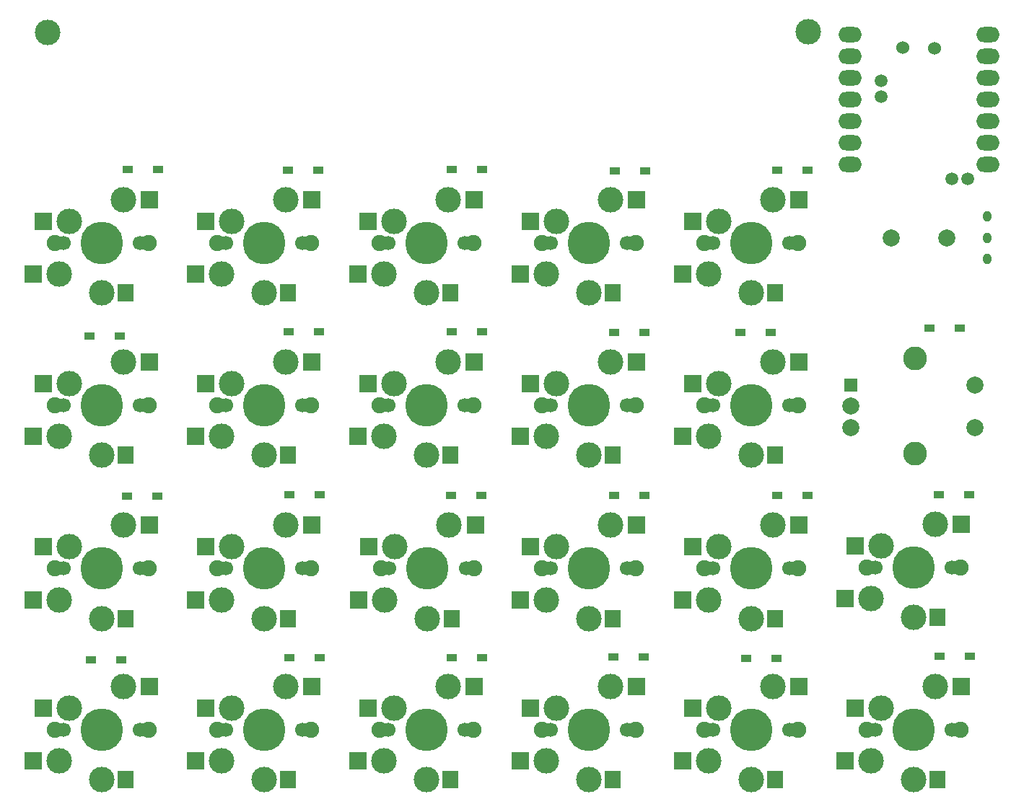
<source format=gbr>
%TF.GenerationSoftware,KiCad,Pcbnew,8.0.7*%
%TF.CreationDate,2025-05-02T22:34:39+09:00*%
%TF.ProjectId,cool642tb_L,636f6f6c-3634-4327-9462-5f4c2e6b6963,rev?*%
%TF.SameCoordinates,Original*%
%TF.FileFunction,Soldermask,Bot*%
%TF.FilePolarity,Negative*%
%FSLAX46Y46*%
G04 Gerber Fmt 4.6, Leading zero omitted, Abs format (unit mm)*
G04 Created by KiCad (PCBNEW 8.0.7) date 2025-05-02 22:34:39*
%MOMM*%
%LPD*%
G01*
G04 APERTURE LIST*
%ADD10C,1.900000*%
%ADD11C,1.700000*%
%ADD12C,3.000000*%
%ADD13C,5.000000*%
%ADD14R,2.000000X2.000000*%
%ADD15R,1.900000X2.000000*%
%ADD16R,1.300000X0.950000*%
%ADD17C,2.000000*%
%ADD18R,1.500000X1.500000*%
%ADD19C,2.800000*%
%ADD20O,1.000000X1.300000*%
%ADD21O,2.750000X1.800000*%
%ADD22C,1.500000*%
%ADD23C,1.524000*%
G04 APERTURE END LIST*
D10*
%TO.C,SW14*%
X51650000Y-19050000D03*
D11*
X52070000Y-19050000D03*
D12*
X52150000Y-22750000D03*
D11*
X52650000Y-19050000D03*
D12*
X53340000Y-16510000D03*
D13*
X57150000Y-19050000D03*
D12*
X57150000Y-24950000D03*
X59690000Y-13970000D03*
D11*
X61650000Y-19050000D03*
X62230000Y-19050000D03*
D10*
X62650000Y-19050000D03*
D14*
X49050000Y-22750000D03*
X50250000Y-16510000D03*
D15*
X59950000Y-24950000D03*
D14*
X62750000Y-13970000D03*
%TD*%
D16*
%TO.C,D3*%
X2925000Y-29720000D03*
X6475000Y-29720000D03*
%TD*%
D12*
%TO.C,B1*%
X-6400000Y24710000D03*
X82870000Y24750000D03*
%TD*%
D10*
%TO.C,SW18*%
X70700000Y-19050000D03*
D11*
X71120000Y-19050000D03*
D12*
X71200000Y-22750000D03*
D11*
X71700000Y-19050000D03*
D12*
X72390000Y-16510000D03*
D13*
X76200000Y-19050000D03*
D12*
X76200000Y-24950000D03*
X78740000Y-13970000D03*
D11*
X80700000Y-19050000D03*
X81280000Y-19050000D03*
D10*
X81700000Y-19050000D03*
D14*
X68100000Y-22750000D03*
X69300000Y-16510000D03*
D15*
X79000000Y-24950000D03*
D14*
X81800000Y-13970000D03*
%TD*%
D16*
%TO.C,D13*%
X60205000Y8480000D03*
X63755000Y8480000D03*
%TD*%
D10*
%TO.C,SW12*%
X32600000Y-57150000D03*
D11*
X33020000Y-57150000D03*
D12*
X33100000Y-60850000D03*
D11*
X33600000Y-57150000D03*
D12*
X34290000Y-54610000D03*
D13*
X38100000Y-57150000D03*
D12*
X38100000Y-63050000D03*
X40640000Y-52070000D03*
D11*
X42600000Y-57150000D03*
X43180000Y-57150000D03*
D10*
X43600000Y-57150000D03*
D14*
X30000000Y-60850000D03*
X31200000Y-54610000D03*
D15*
X40900000Y-63050000D03*
D14*
X43700000Y-52070000D03*
%TD*%
D10*
%TO.C,SW23*%
X89750000Y-57150000D03*
D11*
X90170000Y-57150000D03*
D12*
X90250000Y-60850000D03*
D11*
X90750000Y-57150000D03*
D12*
X91440000Y-54610000D03*
D13*
X95250000Y-57150000D03*
D12*
X95250000Y-63050000D03*
X97790000Y-52070000D03*
D11*
X99750000Y-57150000D03*
X100330000Y-57150000D03*
D10*
X100750000Y-57150000D03*
D14*
X87150000Y-60850000D03*
X88350000Y-54610000D03*
D15*
X98050000Y-63050000D03*
D14*
X100850000Y-52070000D03*
%TD*%
D16*
%TO.C,D10*%
X41035000Y-10420000D03*
X44585000Y-10420000D03*
%TD*%
%TO.C,D19*%
X79225000Y-29630000D03*
X82775000Y-29630000D03*
%TD*%
D17*
%TO.C,SW25*%
X99100000Y560000D03*
X92600000Y560000D03*
%TD*%
D16*
%TO.C,D16*%
X59995000Y-48600000D03*
X63545000Y-48600000D03*
%TD*%
D10*
%TO.C,SW19*%
X70700000Y-38200000D03*
D11*
X71120000Y-38200000D03*
D12*
X71200000Y-41900000D03*
D11*
X71700000Y-38200000D03*
D12*
X72390000Y-35660000D03*
D13*
X76200000Y-38200000D03*
D12*
X76200000Y-44100000D03*
X78740000Y-33120000D03*
D11*
X80700000Y-38200000D03*
X81280000Y-38200000D03*
D10*
X81700000Y-38200000D03*
D14*
X68100000Y-41900000D03*
X69300000Y-35660000D03*
D15*
X79000000Y-44100000D03*
D14*
X81800000Y-33120000D03*
%TD*%
D10*
%TO.C,SW1*%
X-5500000Y0D03*
D11*
X-5080000Y0D03*
D12*
X-5000000Y-3700000D03*
D11*
X-4500000Y0D03*
D12*
X-3810000Y2540000D03*
D13*
X0Y0D03*
D12*
X0Y-5900000D03*
X2540000Y5080000D03*
D11*
X4500000Y0D03*
X5080000Y0D03*
D10*
X5500000Y0D03*
D14*
X-8100000Y-3700000D03*
X-6900000Y2540000D03*
D15*
X2800000Y-5900000D03*
D14*
X5600000Y5080000D03*
%TD*%
D10*
%TO.C,SW13*%
X51650000Y0D03*
D11*
X52070000Y0D03*
D12*
X52150000Y-3700000D03*
D11*
X52650000Y0D03*
D12*
X53340000Y2540000D03*
D13*
X57150000Y0D03*
D12*
X57150000Y-5900000D03*
X59690000Y5080000D03*
D11*
X61650000Y0D03*
X62230000Y0D03*
D10*
X62650000Y0D03*
D14*
X49050000Y-3700000D03*
X50250000Y2540000D03*
D15*
X59950000Y-5900000D03*
D14*
X62750000Y5080000D03*
%TD*%
D16*
%TO.C,D7*%
X22025000Y-29570000D03*
X25575000Y-29570000D03*
%TD*%
%TO.C,D21*%
X97060000Y-10040000D03*
X100610000Y-10040000D03*
%TD*%
D10*
%TO.C,SW10*%
X32600000Y-19050000D03*
D11*
X33020000Y-19050000D03*
D12*
X33100000Y-22750000D03*
D11*
X33600000Y-19050000D03*
D12*
X34290000Y-16510000D03*
D13*
X38100000Y-19050000D03*
D12*
X38100000Y-24950000D03*
X40640000Y-13970000D03*
D11*
X42600000Y-19050000D03*
X43180000Y-19050000D03*
D10*
X43600000Y-19050000D03*
D14*
X30000000Y-22750000D03*
X31200000Y-16510000D03*
D15*
X40900000Y-24950000D03*
D14*
X43700000Y-13970000D03*
%TD*%
D16*
%TO.C,D14*%
X60125000Y-10490000D03*
X63675000Y-10490000D03*
%TD*%
%TO.C,D18*%
X74890000Y-10550000D03*
X78440000Y-10550000D03*
%TD*%
%TO.C,D5*%
X21805000Y8520000D03*
X25355000Y8520000D03*
%TD*%
D10*
%TO.C,SW9*%
X32600000Y0D03*
D11*
X33020000Y0D03*
D12*
X33100000Y-3700000D03*
D11*
X33600000Y0D03*
D12*
X34290000Y2540000D03*
D13*
X38100000Y0D03*
D12*
X38100000Y-5900000D03*
X40640000Y5080000D03*
D11*
X42600000Y0D03*
X43180000Y0D03*
D10*
X43600000Y0D03*
D14*
X30000000Y-3700000D03*
X31200000Y2540000D03*
D15*
X40900000Y-5900000D03*
D14*
X43700000Y5080000D03*
%TD*%
D10*
%TO.C,SW15*%
X51650000Y-38200000D03*
D11*
X52070000Y-38200000D03*
D12*
X52150000Y-41900000D03*
D11*
X52650000Y-38200000D03*
D12*
X53340000Y-35660000D03*
D13*
X57150000Y-38200000D03*
D12*
X57150000Y-44100000D03*
X59690000Y-33120000D03*
D11*
X61650000Y-38200000D03*
X62230000Y-38200000D03*
D10*
X62650000Y-38200000D03*
D14*
X49050000Y-41900000D03*
X50250000Y-35660000D03*
D15*
X59950000Y-44100000D03*
D14*
X62750000Y-33120000D03*
%TD*%
D10*
%TO.C,SW11*%
X32700000Y-38200000D03*
D11*
X33120000Y-38200000D03*
D12*
X33200000Y-41900000D03*
D11*
X33700000Y-38200000D03*
D12*
X34390000Y-35660000D03*
D13*
X38200000Y-38200000D03*
D12*
X38200000Y-44100000D03*
X40740000Y-33120000D03*
D11*
X42700000Y-38200000D03*
X43280000Y-38200000D03*
D10*
X43700000Y-38200000D03*
D14*
X30100000Y-41900000D03*
X31300000Y-35660000D03*
D15*
X41000000Y-44100000D03*
D14*
X43800000Y-33120000D03*
%TD*%
D10*
%TO.C,SW5*%
X13550000Y0D03*
D11*
X13970000Y0D03*
D12*
X14050000Y-3700000D03*
D11*
X14550000Y0D03*
D12*
X15240000Y2540000D03*
D13*
X19050000Y0D03*
D12*
X19050000Y-5900000D03*
X21590000Y5080000D03*
D11*
X23550000Y0D03*
X24130000Y0D03*
D10*
X24550000Y0D03*
D14*
X10950000Y-3700000D03*
X12150000Y2540000D03*
D15*
X21850000Y-5900000D03*
D14*
X24650000Y5080000D03*
%TD*%
D16*
%TO.C,D9*%
X41045000Y8610000D03*
X44595000Y8610000D03*
%TD*%
%TO.C,D8*%
X21955000Y-48670000D03*
X25505000Y-48670000D03*
%TD*%
D10*
%TO.C,SW4*%
X-5500000Y-57150000D03*
D11*
X-5080000Y-57150000D03*
D12*
X-5000000Y-60850000D03*
D11*
X-4500000Y-57150000D03*
D12*
X-3810000Y-54610000D03*
D13*
X0Y-57150000D03*
D12*
X0Y-63050000D03*
X2540000Y-52070000D03*
D11*
X4500000Y-57150000D03*
X5080000Y-57150000D03*
D10*
X5500000Y-57150000D03*
D14*
X-8100000Y-60850000D03*
X-6900000Y-54610000D03*
D15*
X2800000Y-63050000D03*
D14*
X5600000Y-52070000D03*
%TD*%
D10*
%TO.C,SW17*%
X70700000Y0D03*
D11*
X71120000Y0D03*
D12*
X71200000Y-3700000D03*
D11*
X71700000Y0D03*
D12*
X72390000Y2540000D03*
D13*
X76200000Y0D03*
D12*
X76200000Y-5900000D03*
X78740000Y5080000D03*
D11*
X80700000Y0D03*
X81280000Y0D03*
D10*
X81700000Y0D03*
D14*
X68100000Y-3700000D03*
X69300000Y2540000D03*
D15*
X79000000Y-5900000D03*
D14*
X81800000Y5080000D03*
%TD*%
D16*
%TO.C,D23*%
X98305000Y-48510000D03*
X101855000Y-48510000D03*
%TD*%
D10*
%TO.C,SW22*%
X89750000Y-38100000D03*
D11*
X90170000Y-38100000D03*
D12*
X90250000Y-41800000D03*
D11*
X90750000Y-38100000D03*
D12*
X91440000Y-35560000D03*
D13*
X95250000Y-38100000D03*
D12*
X95250000Y-44000000D03*
X97790000Y-33020000D03*
D11*
X99750000Y-38100000D03*
X100330000Y-38100000D03*
D10*
X100750000Y-38100000D03*
D14*
X87150000Y-41800000D03*
X88350000Y-35560000D03*
D15*
X98050000Y-44000000D03*
D14*
X100850000Y-33020000D03*
%TD*%
D16*
%TO.C,D11*%
X40935000Y-29650000D03*
X44485000Y-29650000D03*
%TD*%
D10*
%TO.C,SW6*%
X13550000Y-19050000D03*
D11*
X13970000Y-19050000D03*
D12*
X14050000Y-22750000D03*
D11*
X14550000Y-19050000D03*
D12*
X15240000Y-16510000D03*
D13*
X19050000Y-19050000D03*
D12*
X19050000Y-24950000D03*
X21590000Y-13970000D03*
D11*
X23550000Y-19050000D03*
X24130000Y-19050000D03*
D10*
X24550000Y-19050000D03*
D14*
X10950000Y-22750000D03*
X12150000Y-16510000D03*
D15*
X21850000Y-24950000D03*
D14*
X24650000Y-13970000D03*
%TD*%
D18*
%TO.C,SW21*%
X87900000Y-16660000D03*
D17*
X87900000Y-21660000D03*
X87900000Y-19160000D03*
D19*
X95400000Y-13560000D03*
X95400000Y-24760000D03*
D17*
X102400000Y-16660000D03*
X102400000Y-21660000D03*
%TD*%
D10*
%TO.C,SW3*%
X-5500000Y-38200000D03*
D11*
X-5080000Y-38200000D03*
D12*
X-5000000Y-41900000D03*
D11*
X-4500000Y-38200000D03*
D12*
X-3810000Y-35660000D03*
D13*
X0Y-38200000D03*
D12*
X0Y-44100000D03*
X2540000Y-33120000D03*
D11*
X4500000Y-38200000D03*
X5080000Y-38200000D03*
D10*
X5500000Y-38200000D03*
D14*
X-8100000Y-41900000D03*
X-6900000Y-35660000D03*
D15*
X2800000Y-44100000D03*
D14*
X5600000Y-33120000D03*
%TD*%
D16*
%TO.C,D6*%
X21925000Y-10420000D03*
X25475000Y-10420000D03*
%TD*%
D10*
%TO.C,SW2*%
X-5500000Y-19050000D03*
D11*
X-5080000Y-19050000D03*
D12*
X-5000000Y-22750000D03*
D11*
X-4500000Y-19050000D03*
D12*
X-3810000Y-16510000D03*
D13*
X0Y-19050000D03*
D12*
X0Y-24950000D03*
X2540000Y-13970000D03*
D11*
X4500000Y-19050000D03*
X5080000Y-19050000D03*
D10*
X5500000Y-19050000D03*
D14*
X-8100000Y-22750000D03*
X-6900000Y-16510000D03*
D15*
X2800000Y-24950000D03*
D14*
X5600000Y-13970000D03*
%TD*%
D10*
%TO.C,SW16*%
X51650000Y-57150000D03*
D11*
X52070000Y-57150000D03*
D12*
X52150000Y-60850000D03*
D11*
X52650000Y-57150000D03*
D12*
X53340000Y-54610000D03*
D13*
X57150000Y-57150000D03*
D12*
X57150000Y-63050000D03*
X59690000Y-52070000D03*
D11*
X61650000Y-57150000D03*
X62230000Y-57150000D03*
D10*
X62650000Y-57150000D03*
D14*
X49050000Y-60850000D03*
X50250000Y-54610000D03*
D15*
X59950000Y-63050000D03*
D14*
X62750000Y-52070000D03*
%TD*%
D20*
%TO.C,SW24*%
X103840000Y3104000D03*
X103840000Y604000D03*
X103840000Y-1896000D03*
%TD*%
D16*
%TO.C,D15*%
X60075000Y-29620000D03*
X63625000Y-29620000D03*
%TD*%
D10*
%TO.C,SW8*%
X13550000Y-57150000D03*
D11*
X13970000Y-57150000D03*
D12*
X14050000Y-60850000D03*
D11*
X14550000Y-57150000D03*
D12*
X15240000Y-54610000D03*
D13*
X19050000Y-57150000D03*
D12*
X19050000Y-63050000D03*
X21590000Y-52070000D03*
D11*
X23550000Y-57150000D03*
X24130000Y-57150000D03*
D10*
X24550000Y-57150000D03*
D14*
X10950000Y-60850000D03*
X12150000Y-54610000D03*
D15*
X21850000Y-63050000D03*
D14*
X24650000Y-52070000D03*
%TD*%
D16*
%TO.C,D2*%
X-1465000Y-10920000D03*
X2085000Y-10920000D03*
%TD*%
%TO.C,D12*%
X41025000Y-48690000D03*
X44575000Y-48690000D03*
%TD*%
%TO.C,D4*%
X-1265000Y-48970000D03*
X2285000Y-48970000D03*
%TD*%
%TO.C,D1*%
X2995000Y8650000D03*
X6545000Y8650000D03*
%TD*%
%TO.C,D17*%
X79230000Y8510000D03*
X82780000Y8510000D03*
%TD*%
D10*
%TO.C,SW7*%
X13550000Y-38200000D03*
D11*
X13970000Y-38200000D03*
D12*
X14050000Y-41900000D03*
D11*
X14550000Y-38200000D03*
D12*
X15240000Y-35660000D03*
D13*
X19050000Y-38200000D03*
D12*
X19050000Y-44100000D03*
X21590000Y-33120000D03*
D11*
X23550000Y-38200000D03*
X24130000Y-38200000D03*
D10*
X24550000Y-38200000D03*
D14*
X10950000Y-41900000D03*
X12150000Y-35660000D03*
D15*
X21850000Y-44100000D03*
D14*
X24650000Y-33120000D03*
%TD*%
D21*
%TO.C,U1*%
X87740000Y24450000D03*
X87740000Y21910000D03*
X87740000Y19370000D03*
X87740000Y16830000D03*
X87740000Y14290000D03*
X87740000Y11750000D03*
X87740000Y9210000D03*
X103980000Y9210000D03*
X103980000Y11750000D03*
X103980000Y14290000D03*
X103980000Y16830000D03*
X103980000Y19370000D03*
X103980000Y21910000D03*
X103980000Y24450000D03*
D22*
X99695400Y7518000D03*
X101575000Y7518000D03*
X91415000Y17147000D03*
X91415000Y19052000D03*
D23*
X93980000Y22900000D03*
X97700000Y22840000D03*
%TD*%
D10*
%TO.C,SW20*%
X70700000Y-57150000D03*
D11*
X71120000Y-57150000D03*
D12*
X71200000Y-60850000D03*
D11*
X71700000Y-57150000D03*
D12*
X72390000Y-54610000D03*
D13*
X76200000Y-57150000D03*
D12*
X76200000Y-63050000D03*
X78740000Y-52070000D03*
D11*
X80700000Y-57150000D03*
X81280000Y-57150000D03*
D10*
X81700000Y-57150000D03*
D14*
X68100000Y-60850000D03*
X69300000Y-54610000D03*
D15*
X79000000Y-63050000D03*
D14*
X81800000Y-52070000D03*
%TD*%
D16*
%TO.C,D22*%
X98205000Y-29600000D03*
X101755000Y-29600000D03*
%TD*%
%TO.C,D20*%
X75575000Y-48810000D03*
X79125000Y-48810000D03*
%TD*%
M02*

</source>
